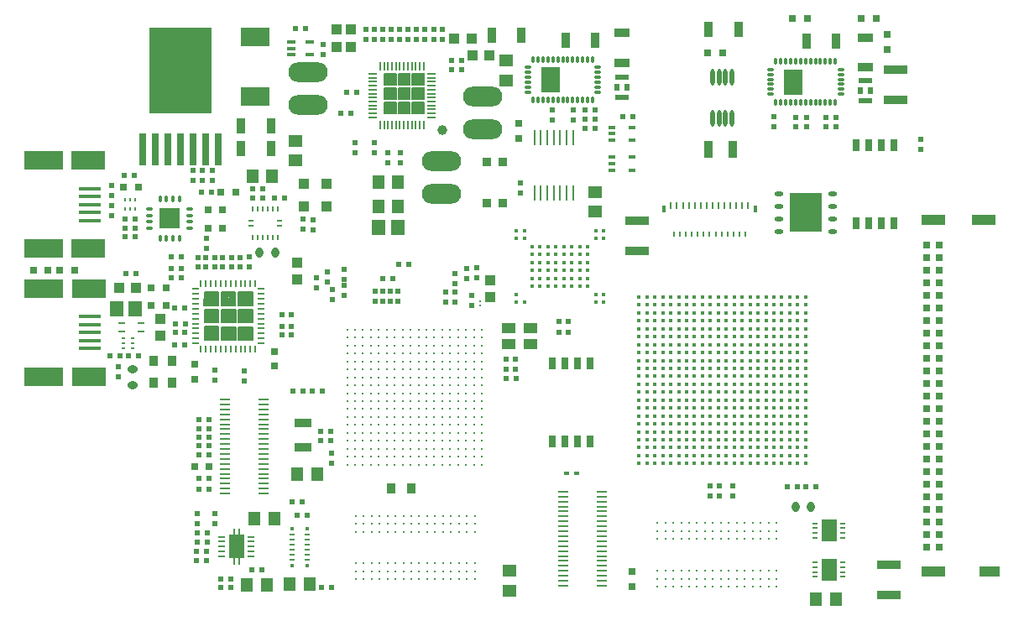
<source format=gtp>
G04 Layer_Color=8421504*
%FSLAX43Y43*%
%MOMM*%
G71*
G01*
G75*
%ADD55R,0.550X0.250*%
%ADD56R,0.250X0.550*%
%ADD85C,0.152*%
%ADD198C,0.025*%
%ADD202R,1.900X1.900*%
%ADD203R,0.640X0.340*%
%ADD204C,0.615*%
%ADD205R,0.740X0.740*%
%ADD206R,0.740X0.740*%
%ADD207R,1.337X1.489*%
%ADD208O,3.980X1.980*%
%ADD209R,0.956X0.346*%
%ADD210C,0.996*%
%ADD211R,1.032X1.083*%
%ADD212R,1.134X1.090*%
%ADD213R,2.440X0.940*%
%ADD214O,1.080X0.780*%
%ADD215R,0.940X1.540*%
%ADD216O,0.780X1.080*%
%ADD217R,1.032X0.981*%
%ADD218R,0.981X1.032*%
%ADD219R,1.286X1.464*%
%ADD220R,1.464X1.286*%
%ADD221C,0.330*%
%ADD222R,1.540X0.940*%
%ADD223R,1.740X0.940*%
%ADD224R,1.440X0.540*%
%ADD225R,0.540X0.740*%
%ADD226O,0.680X0.330*%
%ADD227O,0.330X0.680*%
%ADD228R,1.940X2.540*%
%ADD229R,0.700X1.190*%
%ADD230R,0.615X0.190*%
%ADD231R,1.590X2.320*%
%ADD232R,1.240X1.440*%
%ADD233R,1.040X0.240*%
%ADD234R,0.575X0.448*%
%ADD235R,3.440X1.940*%
%ADD236R,2.240X0.440*%
%ADD237R,3.940X1.940*%
%ADD238R,0.690X0.290*%
%ADD239C,0.430*%
%ADD240C,0.336*%
%ADD241R,2.940X1.940*%
%ADD242R,2.440X1.140*%
%ADD243R,2.099X1.140*%
%ADD244R,0.340X0.790*%
%ADD245R,0.240X0.590*%
%ADD246R,0.250X0.780*%
%ADD247R,0.250X0.170*%
%ADD248O,0.430X1.680*%
%ADD249R,0.940X1.140*%
%ADD250R,3.340X3.990*%
%ADD251O,0.930X0.480*%
%ADD252O,0.280X0.730*%
%ADD253O,0.730X0.280*%
%ADD254R,2.040X2.040*%
%ADD255O,0.230X0.680*%
%ADD256O,0.680X0.230*%
%ADD257R,0.240X1.590*%
%ADD258R,0.488X0.234*%
%ADD259R,0.448X0.346*%
%ADD260R,1.083X1.032*%
%ADD261R,0.940X1.140*%
%ADD262O,0.830X0.210*%
%ADD263O,0.210X0.830*%
%ADD264R,1.590X2.340*%
%ADD265R,0.956X0.829*%
%ADD266R,6.340X8.740*%
%ADD267R,0.740X3.190*%
%ADD268R,0.830X0.180*%
%ADD269R,0.180X0.830*%
%ADD270R,0.245X0.448*%
%ADD271R,0.448X0.245*%
%ADD272R,0.390X0.240*%
%ADD273C,0.380*%
%ADD274R,0.940X1.740*%
%ADD275R,1.337X1.083*%
D55*
X123454Y140885D02*
D03*
Y141385D02*
D03*
X126354D02*
D03*
Y140885D02*
D03*
D56*
X123655Y142585D02*
D03*
X124155D02*
D03*
X124655D02*
D03*
X125155D02*
D03*
X125655D02*
D03*
X126155D02*
D03*
Y139685D02*
D03*
X125655D02*
D03*
X125155D02*
D03*
X124655D02*
D03*
X124155D02*
D03*
X123655D02*
D03*
D85*
X137381Y153314D02*
X138113Y152582D01*
X137169Y153314D02*
X138113Y152370D01*
X138000Y152210D02*
X138113Y152323D01*
X137787Y152210D02*
X138113Y152536D01*
X138017Y153314D02*
X138113Y153218D01*
X137805Y153314D02*
X138113Y153006D01*
X137593Y153314D02*
X138113Y152794D01*
Y152210D02*
Y153314D01*
X137151Y152210D02*
X138113Y153172D01*
X136958Y152210D02*
X138113D01*
X137575D02*
X138113Y152748D01*
X137363Y152210D02*
X138113Y152960D01*
X136958Y152677D02*
X137425Y152210D01*
X136958Y152228D02*
X138044Y153314D01*
X136958Y152440D02*
X137832Y153314D01*
X136958D02*
X138113D01*
X136958Y152228D02*
X138044Y153314D01*
X136958Y152865D02*
X137407Y153314D01*
X136958Y153077D02*
X137195Y153314D01*
X136958Y152653D02*
X137620Y153314D01*
X136958Y153313D02*
X138062Y152210D01*
X136958Y153313D02*
X138062Y152210D01*
X136958Y153101D02*
X137850Y152210D01*
X136958Y152889D02*
X137637Y152210D01*
X136958D02*
Y153314D01*
Y152465D02*
X137213Y152210D01*
X138779Y153322D02*
X139511Y152590D01*
X138566Y153322D02*
X139511Y152378D01*
X139397Y152217D02*
X139511Y152331D01*
X139185Y152217D02*
X139511Y152543D01*
X139415Y153322D02*
X139511Y153226D01*
X139203Y153322D02*
X139511Y153014D01*
X138991Y153322D02*
X139511Y152802D01*
Y152217D02*
Y153322D01*
X138549Y152217D02*
X139511Y153180D01*
X138355Y152217D02*
X139511D01*
X138973D02*
X139511Y152756D01*
X138761Y152217D02*
X139511Y152968D01*
X138355Y152685D02*
X138823Y152217D01*
X138355Y152236D02*
X139441Y153322D01*
X138355Y152448D02*
X139229Y153322D01*
X138355D02*
X139511D01*
X138355Y152236D02*
X139441Y153322D01*
X138355Y152873D02*
X138805Y153322D01*
X138355Y153085D02*
X138593Y153322D01*
X138355Y152661D02*
X139017Y153322D01*
X138355Y153321D02*
X139459Y152217D01*
X138355Y153321D02*
X139459Y152217D01*
X138355Y153109D02*
X139247Y152217D01*
X138355Y152897D02*
X139035Y152217D01*
X138355D02*
Y153322D01*
Y152473D02*
X138611Y152217D01*
X140169Y153314D02*
X140902Y152582D01*
X139957Y153314D02*
X140902Y152370D01*
X140788Y152210D02*
X140902Y152323D01*
X140576Y152210D02*
X140902Y152536D01*
X140806Y153314D02*
X140902Y153218D01*
X140594Y153314D02*
X140902Y153006D01*
X140382Y153314D02*
X140902Y152794D01*
Y152210D02*
Y153314D01*
X139939Y152210D02*
X140902Y153172D01*
X139746Y152210D02*
X140902D01*
X140364D02*
X140902Y152748D01*
X140151Y152210D02*
X140902Y152960D01*
X139746Y152677D02*
X140214Y152210D01*
X139746Y152228D02*
X140832Y153314D01*
X139746Y152440D02*
X140620Y153314D01*
X139746D02*
X140902D01*
X139746Y152228D02*
X140832Y153314D01*
X139746Y152865D02*
X140196Y153314D01*
X139746Y153077D02*
X139984Y153314D01*
X139746Y152653D02*
X140408Y153314D01*
X139746Y153313D02*
X140850Y152210D01*
X139746Y153313D02*
X140850Y152210D01*
X139746Y153101D02*
X140638Y152210D01*
X139746Y152889D02*
X140426Y152210D01*
X139746D02*
Y153314D01*
Y152465D02*
X140001Y152210D01*
X137381Y154775D02*
X138113Y154043D01*
X137169Y154775D02*
X138113Y153830D01*
X138000Y153670D02*
X138113Y153784D01*
X137787Y153670D02*
X138113Y153996D01*
X138017Y154775D02*
X138113Y154679D01*
X137805Y154775D02*
X138113Y154467D01*
X137593Y154775D02*
X138113Y154255D01*
Y153670D02*
Y154775D01*
X137151Y153670D02*
X138113Y154632D01*
X136958Y153670D02*
X138113D01*
X137575D02*
X138113Y154208D01*
X137363Y153670D02*
X138113Y154420D01*
X136958Y154138D02*
X137425Y153670D01*
X136958Y153689D02*
X138044Y154775D01*
X136958Y153901D02*
X137832Y154775D01*
X136958D02*
X138113D01*
X136958Y153689D02*
X138044Y154775D01*
X136958Y154325D02*
X137407Y154775D01*
X136958Y154537D02*
X137195Y154775D01*
X136958Y154113D02*
X137620Y154775D01*
X136958Y154774D02*
X138062Y153670D01*
X136958Y154774D02*
X138062Y153670D01*
X136958Y154562D02*
X137850Y153670D01*
X136958Y154350D02*
X137637Y153670D01*
X136958D02*
Y154775D01*
Y153925D02*
X137213Y153670D01*
X138779Y154783D02*
X139511Y154051D01*
X138566Y154783D02*
X139511Y153838D01*
X139397Y153678D02*
X139511Y153792D01*
X139185Y153678D02*
X139511Y154004D01*
X139415Y154783D02*
X139511Y154687D01*
X139203Y154783D02*
X139511Y154475D01*
X138991Y154783D02*
X139511Y154263D01*
Y153678D02*
Y154783D01*
X138549Y153678D02*
X139511Y154640D01*
X138355Y153678D02*
X139511D01*
X138973D02*
X139511Y154216D01*
X138761Y153678D02*
X139511Y154428D01*
X138355Y154146D02*
X138823Y153678D01*
X138355Y153697D02*
X139441Y154783D01*
X138355Y153909D02*
X139229Y154783D01*
X138355D02*
X139511D01*
X138355Y153697D02*
X139441Y154783D01*
X138355Y154333D02*
X138805Y154783D01*
X138355Y154545D02*
X138593Y154783D01*
X138355Y154121D02*
X139017Y154783D01*
X138355Y154782D02*
X139459Y153678D01*
X138355Y154782D02*
X139459Y153678D01*
X138355Y154570D02*
X139247Y153678D01*
X138355Y154358D02*
X139035Y153678D01*
X138355D02*
Y154783D01*
Y153933D02*
X138611Y153678D01*
X140169Y154775D02*
X140902Y154043D01*
X139957Y154775D02*
X140902Y153830D01*
X140788Y153670D02*
X140902Y153784D01*
X140576Y153670D02*
X140902Y153996D01*
X140806Y154775D02*
X140902Y154679D01*
X140594Y154775D02*
X140902Y154467D01*
X140382Y154775D02*
X140902Y154255D01*
Y153670D02*
Y154775D01*
X139939Y153670D02*
X140902Y154632D01*
X139746Y153670D02*
X140902D01*
X140364D02*
X140902Y154208D01*
X140151Y153670D02*
X140902Y154420D01*
X139746Y154138D02*
X140214Y153670D01*
X139746Y153689D02*
X140832Y154775D01*
X139746Y153901D02*
X140620Y154775D01*
X139746D02*
X140902D01*
X139746Y153689D02*
X140832Y154775D01*
X139746Y154325D02*
X140196Y154775D01*
X139746Y154537D02*
X139984Y154775D01*
X139746Y154113D02*
X140408Y154775D01*
X139746Y154774D02*
X140850Y153670D01*
X139746Y154774D02*
X140850Y153670D01*
X139746Y154562D02*
X140638Y153670D01*
X139746Y154350D02*
X140426Y153670D01*
X139746D02*
Y154775D01*
Y153925D02*
X140001Y153670D01*
X140169Y156223D02*
X140902Y155490D01*
X139957Y156223D02*
X140902Y155278D01*
X140788Y155118D02*
X140902Y155232D01*
X140576Y155118D02*
X140902Y155444D01*
X140806Y156223D02*
X140902Y156127D01*
X140594Y156223D02*
X140902Y155915D01*
X140382Y156223D02*
X140902Y155702D01*
Y155118D02*
Y156223D01*
X139939Y155118D02*
X140902Y156080D01*
X139746Y155118D02*
X140902D01*
X140364D02*
X140902Y155656D01*
X140151Y155118D02*
X140902Y155868D01*
X139746Y155585D02*
X140214Y155118D01*
X139746Y155137D02*
X140832Y156223D01*
X139746Y155349D02*
X140620Y156223D01*
X139746D02*
X140902D01*
X139746Y155137D02*
X140832Y156223D01*
X139746Y155773D02*
X140196Y156223D01*
X139746Y155985D02*
X139984Y156223D01*
X139746Y155561D02*
X140408Y156223D01*
X139746Y156222D02*
X140850Y155118D01*
X139746Y156222D02*
X140850Y155118D01*
X139746Y156010D02*
X140638Y155118D01*
X139746Y155798D02*
X140426Y155118D01*
X139746D02*
Y156223D01*
Y155373D02*
X140001Y155118D01*
X138779Y156231D02*
X139511Y155498D01*
X138566Y156231D02*
X139511Y155286D01*
X139397Y155126D02*
X139511Y155240D01*
X139185Y155126D02*
X139511Y155452D01*
X139415Y156231D02*
X139511Y156135D01*
X139203Y156231D02*
X139511Y155923D01*
X138991Y156231D02*
X139511Y155710D01*
Y155126D02*
Y156231D01*
X138549Y155126D02*
X139511Y156088D01*
X138355Y155126D02*
X139511D01*
X138973D02*
X139511Y155664D01*
X138761Y155126D02*
X139511Y155876D01*
X138355Y155593D02*
X138823Y155126D01*
X138355Y155145D02*
X139441Y156231D01*
X138355Y155357D02*
X139229Y156231D01*
X138355D02*
X139511D01*
X138355Y155145D02*
X139441Y156231D01*
X138355Y155781D02*
X138805Y156231D01*
X138355Y155993D02*
X138593Y156231D01*
X138355Y155569D02*
X139017Y156231D01*
X138355Y156230D02*
X139459Y155126D01*
X138355Y156230D02*
X139459Y155126D01*
X138355Y156018D02*
X139247Y155126D01*
X138355Y155805D02*
X139035Y155126D01*
X138355D02*
Y156231D01*
Y155381D02*
X138611Y155126D01*
X138017Y156223D02*
X138113Y156127D01*
X137381Y156223D02*
X138113Y155490D01*
X137805Y156223D02*
X138113Y155915D01*
X137593Y156223D02*
X138113Y155702D01*
X137169Y156223D02*
X138113Y155278D01*
X136958Y155349D02*
X137832Y156223D01*
X138113Y155118D02*
Y156223D01*
X137787Y155118D02*
X138113Y155444D01*
X137151Y155118D02*
X138113Y156080D01*
X138000Y155118D02*
X138113Y155232D01*
X137363Y155118D02*
X138113Y155868D01*
X136958Y156222D02*
X138062Y155118D01*
X137575D02*
X138113Y155656D01*
X136958Y155137D02*
X138044Y156223D01*
X136958Y155561D02*
X137620Y156223D01*
X136958D02*
X138113D01*
X136958Y155137D02*
X138044Y156223D01*
X136958Y155985D02*
X137195Y156223D01*
X136958Y155773D02*
X137407Y156223D01*
X136958Y155373D02*
X137213Y155118D01*
X136958Y156010D02*
X137850Y155118D01*
X136958Y156222D02*
X138062Y155118D01*
X136958D02*
X138113D01*
X136958Y155798D02*
X137637Y155118D01*
X136958D02*
Y156223D01*
Y155585D02*
X137425Y155118D01*
X122555Y130658D02*
X123626Y129587D01*
X122343Y130658D02*
X123626Y129375D01*
Y129353D02*
Y130658D01*
X122343D02*
X123626Y129375D01*
X123404Y130658D02*
X123626Y130436D01*
X123192Y130658D02*
X123626Y130224D01*
X122979Y130658D02*
X123626Y130011D01*
X122767Y130658D02*
X123626Y129799D01*
X123351Y129353D02*
X123626Y129628D01*
X123139Y129353D02*
X123626Y129840D01*
X123564Y129353D02*
X123626Y129415D01*
X122250Y129353D02*
X123626D01*
X122503D02*
X123626Y130476D01*
X122291Y129353D02*
X123595Y130658D01*
X122927Y129353D02*
X123626Y130052D01*
X122715Y129353D02*
X123626Y130264D01*
X122219Y129706D02*
X123171Y130658D01*
X122217Y129492D02*
X123383Y130658D01*
X122229D02*
X123626D01*
X122217Y129492D02*
X123383Y130658D01*
X122228Y130563D02*
X122322Y130658D01*
X122226Y130349D02*
X122534Y130658D01*
X122224Y130135D02*
X122746Y130658D01*
X122221Y129921D02*
X122959Y130658D01*
X122228Y130561D02*
X123435Y129353D01*
X122226Y130351D02*
X123223Y129353D01*
X122224Y130141D02*
X123011Y129353D01*
X122222Y129931D02*
X122799Y129353D01*
X122220Y129720D02*
X122587Y129353D01*
X122216Y129350D02*
X122229Y130658D01*
X122218Y129510D02*
X122375Y129353D01*
X120888Y130658D02*
X121958Y129587D01*
X120676Y130658D02*
X121958Y129375D01*
Y129353D02*
Y130658D01*
X120675D02*
X121958Y129375D01*
X121736Y130658D02*
X121958Y130436D01*
X121524Y130658D02*
X121958Y130224D01*
X121312Y130658D02*
X121958Y130011D01*
X121100Y130658D02*
X121958Y129799D01*
X121684Y129353D02*
X121958Y129628D01*
X121472Y129353D02*
X121958Y129840D01*
X121896Y129353D02*
X121958Y129415D01*
X120583Y129353D02*
X121958D01*
X120835D02*
X121958Y130476D01*
X120623Y129353D02*
X121927Y130658D01*
X121260Y129353D02*
X121958Y130052D01*
X121047Y129353D02*
X121958Y130264D01*
X120552Y129706D02*
X121503Y130658D01*
X120550Y129492D02*
X121715Y130658D01*
X120561D02*
X121958D01*
X120550Y129492D02*
X121715Y130658D01*
X120560Y130563D02*
X120655Y130658D01*
X120558Y130349D02*
X120867Y130658D01*
X120556Y130135D02*
X121079Y130658D01*
X120554Y129921D02*
X121291Y130658D01*
X120560Y130561D02*
X121768Y129353D01*
X120558Y130351D02*
X121555Y129353D01*
X120556Y130141D02*
X121343Y129353D01*
X120554Y129931D02*
X121131Y129353D01*
X120552Y129720D02*
X120919Y129353D01*
X120548Y129350D02*
X120561Y130658D01*
X120550Y129510D02*
X120707Y129353D01*
X122564Y132423D02*
X123634Y131352D01*
X122352Y132423D02*
X123634Y131140D01*
Y131119D02*
Y132423D01*
X122352D02*
X123634Y131140D01*
X123413Y132423D02*
X123634Y132201D01*
X123200Y132423D02*
X123634Y131989D01*
X122988Y132423D02*
X123634Y131777D01*
X122776Y132423D02*
X123634Y131565D01*
X123360Y131119D02*
X123634Y131393D01*
X123148Y131119D02*
X123634Y131605D01*
X123572Y131119D02*
X123634Y131181D01*
X122259Y131119D02*
X123634D01*
X122512D02*
X123634Y132241D01*
X122300Y131119D02*
X123604Y132423D01*
X122936Y131119D02*
X123634Y131817D01*
X122724Y131119D02*
X123634Y132029D01*
X122228Y131472D02*
X123180Y132423D01*
X122226Y131257D02*
X123392Y132423D01*
X122238D02*
X123634D01*
X122226Y131257D02*
X123392Y132423D01*
X122237Y132328D02*
X122331Y132423D01*
X122234Y132114D02*
X122543Y132423D01*
X122232Y131900D02*
X122755Y132423D01*
X122230Y131686D02*
X122967Y132423D01*
X122237Y132326D02*
X123444Y131119D01*
X122235Y132116D02*
X123232Y131119D01*
X122232Y131906D02*
X123020Y131119D01*
X122230Y131696D02*
X122808Y131119D01*
X122228Y131486D02*
X122595Y131119D01*
X122225Y131115D02*
X122238Y132423D01*
X122226Y131276D02*
X122383Y131119D01*
X120856Y132423D02*
X121927Y131352D01*
X120644Y132423D02*
X121927Y131140D01*
Y131119D02*
Y132423D01*
X120644D02*
X121927Y131140D01*
X121705Y132423D02*
X121927Y132201D01*
X121493Y132423D02*
X121927Y131989D01*
X121280Y132423D02*
X121927Y131777D01*
X121068Y132423D02*
X121927Y131565D01*
X121652Y131119D02*
X121927Y131393D01*
X121440Y131119D02*
X121927Y131605D01*
X121865Y131119D02*
X121927Y131181D01*
X120551Y131119D02*
X121927D01*
X120804D02*
X121927Y132241D01*
X120592Y131119D02*
X121896Y132423D01*
X121228Y131119D02*
X121927Y131817D01*
X121016Y131119D02*
X121927Y132029D01*
X120520Y131472D02*
X121472Y132423D01*
X120518Y131257D02*
X121684Y132423D01*
X120530D02*
X121927D01*
X120518Y131257D02*
X121684Y132423D01*
X120529Y132328D02*
X120623Y132423D01*
X120527Y132114D02*
X120835Y132423D01*
X120525Y131900D02*
X121047Y132423D01*
X120523Y131686D02*
X121260Y132423D01*
X120529Y132326D02*
X121736Y131119D01*
X120527Y132116D02*
X121524Y131119D01*
X120525Y131906D02*
X121312Y131119D01*
X120523Y131696D02*
X121100Y131119D01*
X120521Y131486D02*
X120888Y131119D01*
X120517Y131115D02*
X120530Y132423D01*
X120519Y131276D02*
X120676Y131119D01*
X122553Y134146D02*
X123623Y133076D01*
X122341Y134146D02*
X123623Y132864D01*
Y132842D02*
Y134146D01*
X122341D02*
X123623Y132864D01*
X123401Y134146D02*
X123623Y133924D01*
X123189Y134146D02*
X123623Y133712D01*
X122977Y134146D02*
X123623Y133500D01*
X122765Y134146D02*
X123623Y133288D01*
X123349Y132842D02*
X123623Y133116D01*
X123137Y132842D02*
X123623Y133328D01*
X123561Y132842D02*
X123623Y132904D01*
X122248Y132842D02*
X123623D01*
X122500D02*
X123623Y133965D01*
X122288Y132842D02*
X123592Y134146D01*
X122925Y132842D02*
X123623Y133541D01*
X122713Y132842D02*
X123623Y133753D01*
X122217Y133195D02*
X123168Y134146D01*
X122215Y132981D02*
X123380Y134146D01*
X122226D02*
X123623D01*
X122215Y132981D02*
X123380Y134146D01*
X122225Y134052D02*
X122320Y134146D01*
X122223Y133838D02*
X122532Y134146D01*
X122221Y133623D02*
X122744Y134146D01*
X122219Y133409D02*
X122956Y134146D01*
X122225Y134049D02*
X123433Y132842D01*
X122223Y133839D02*
X123221Y132842D01*
X122221Y133629D02*
X123008Y132842D01*
X122219Y133419D02*
X122796Y132842D01*
X122217Y133209D02*
X122584Y132842D01*
X122213Y132838D02*
X122226Y134146D01*
X122215Y132999D02*
X122372Y132842D01*
X120834Y134149D02*
X121904Y133078D01*
X120621Y134149D02*
X121904Y132866D01*
Y132844D02*
Y134149D01*
X120621D02*
X121904Y132866D01*
X121682Y134149D02*
X121904Y133927D01*
X121470Y134149D02*
X121904Y133715D01*
X121258Y134149D02*
X121904Y133502D01*
X121046Y134149D02*
X121904Y133290D01*
X121630Y132844D02*
X121904Y133119D01*
X121418Y132844D02*
X121904Y133331D01*
X121842Y132844D02*
X121904Y132906D01*
X120529Y132844D02*
X121904D01*
X120781D02*
X121904Y133967D01*
X120569Y132844D02*
X121873Y134149D01*
X121206Y132844D02*
X121904Y133543D01*
X120993Y132844D02*
X121904Y133755D01*
X120498Y133197D02*
X121449Y134149D01*
X120496Y132983D02*
X121661Y134149D01*
X120507D02*
X121904D01*
X120496Y132983D02*
X121661Y134149D01*
X120506Y134054D02*
X120601Y134149D01*
X120504Y133840D02*
X120813Y134149D01*
X120502Y133626D02*
X121025Y134149D01*
X120500Y133412D02*
X121237Y134149D01*
X120506Y134052D02*
X121714Y132844D01*
X120504Y133842D02*
X121501Y132844D01*
X120502Y133632D02*
X121289Y132844D01*
X120500Y133422D02*
X121077Y132844D01*
X120498Y133211D02*
X120865Y132844D01*
X120494Y132840D02*
X120507Y134149D01*
X120496Y133001D02*
X120653Y132844D01*
X119148Y130683D02*
X120218Y129613D01*
X118936Y130683D02*
X120218Y129400D01*
Y129379D02*
Y130683D01*
X118936D02*
X120218Y129400D01*
X119996Y130683D02*
X120218Y130461D01*
X119784Y130683D02*
X120218Y130249D01*
X119572Y130683D02*
X120218Y130037D01*
X119360Y130683D02*
X120218Y129825D01*
X119944Y129379D02*
X120218Y129653D01*
X119732Y129379D02*
X120218Y129865D01*
X120156Y129379D02*
X120218Y129441D01*
X118843Y129379D02*
X120218D01*
X119095D02*
X120218Y130502D01*
X118883Y129379D02*
X120188Y130683D01*
X119520Y129379D02*
X120218Y130077D01*
X119308Y129379D02*
X120218Y130289D01*
X118812Y129732D02*
X119763Y130683D01*
X118810Y129518D02*
X119975Y130683D01*
X118821D02*
X120218D01*
X118810Y129518D02*
X119975Y130683D01*
X118820Y130589D02*
X118915Y130683D01*
X118818Y130374D02*
X119127Y130683D01*
X118816Y130160D02*
X119339Y130683D01*
X118814Y129946D02*
X119551Y130683D01*
X118820Y130586D02*
X120028Y129379D01*
X118818Y130376D02*
X119816Y129379D01*
X118816Y130166D02*
X119603Y129379D01*
X118814Y129956D02*
X119391Y129379D01*
X118812Y129746D02*
X119179Y129379D01*
X118809Y129375D02*
X118821Y130683D01*
X118810Y129536D02*
X118967Y129379D01*
X119135Y132436D02*
X120205Y131365D01*
X118923Y132436D02*
X120205Y131153D01*
Y131131D02*
Y132436D01*
X118923D02*
X120205Y131153D01*
X119984Y132436D02*
X120205Y132214D01*
X119771Y132436D02*
X120205Y132002D01*
X119559Y132436D02*
X120205Y131789D01*
X119347Y132436D02*
X120205Y131577D01*
X119931Y131131D02*
X120205Y131406D01*
X119719Y131131D02*
X120205Y131618D01*
X120143Y131131D02*
X120205Y131193D01*
X118830Y131131D02*
X120205D01*
X119083D02*
X120205Y132254D01*
X118871Y131131D02*
X120175Y132436D01*
X119507Y131131D02*
X120205Y131830D01*
X119295Y131131D02*
X120205Y132042D01*
X118799Y131484D02*
X119751Y132436D01*
X118797Y131270D02*
X119963Y132436D01*
X118809D02*
X120205D01*
X118797Y131270D02*
X119963Y132436D01*
X118808Y132341D02*
X118902Y132436D01*
X118805Y132127D02*
X119114Y132436D01*
X118803Y131913D02*
X119326Y132436D01*
X118801Y131699D02*
X119538Y132436D01*
X118808Y132339D02*
X120015Y131131D01*
X118806Y132129D02*
X119803Y131131D01*
X118803Y131919D02*
X119591Y131131D01*
X118801Y131709D02*
X119379Y131131D01*
X118799Y131498D02*
X119166Y131131D01*
X118796Y131128D02*
X118809Y132436D01*
X118797Y131288D02*
X118954Y131131D01*
X119122Y134163D02*
X120193Y133092D01*
X118910Y134163D02*
X120193Y132880D01*
Y132859D02*
Y134163D01*
X118910D02*
X120193Y132880D01*
X119971Y134163D02*
X120193Y133941D01*
X119759Y134163D02*
X120193Y133729D01*
X119547Y134163D02*
X120193Y133517D01*
X119334Y134163D02*
X120193Y133304D01*
X119919Y132859D02*
X120193Y133133D01*
X119706Y132859D02*
X120193Y133345D01*
X120131Y132859D02*
X120193Y132921D01*
X118818Y132859D02*
X120193D01*
X119070D02*
X120193Y133981D01*
X118858Y132859D02*
X120162Y134163D01*
X119494Y132859D02*
X120193Y133557D01*
X119282Y132859D02*
X120193Y133769D01*
X118787Y133212D02*
X119738Y134163D01*
X118784Y132997D02*
X119950Y134163D01*
X118796D02*
X120193D01*
X118784Y132997D02*
X119950Y134163D01*
X118795Y134068D02*
X118889Y134163D01*
X118793Y133854D02*
X119101Y134163D01*
X118791Y133640D02*
X119314Y134163D01*
X118789Y133426D02*
X119526Y134163D01*
X118795Y134066D02*
X120002Y132859D01*
X118793Y133856D02*
X119790Y132859D01*
X118791Y133646D02*
X119578Y132859D01*
X118789Y133436D02*
X119366Y132859D01*
X118787Y133226D02*
X119154Y132859D01*
X118783Y132855D02*
X118796Y134163D01*
X118785Y133016D02*
X118942Y132859D01*
D198*
X140961Y152200D02*
Y153350D01*
X139811D02*
X140961D01*
X139811Y152200D02*
Y153350D01*
Y152200D02*
X140961D01*
Y153650D02*
Y154800D01*
X139811D02*
X140961D01*
X139811Y153650D02*
Y154800D01*
Y153650D02*
X140961D01*
Y155100D02*
Y156250D01*
X139811D02*
X140961D01*
X139811Y155100D02*
Y156250D01*
Y155100D02*
X140961D01*
X139511Y152200D02*
Y153350D01*
X138361D02*
X139511D01*
X138361Y152200D02*
Y153350D01*
Y152200D02*
X139511D01*
Y153650D02*
Y154800D01*
X138361D02*
X139511D01*
X138361Y153650D02*
Y154800D01*
Y153650D02*
X139511D01*
Y155100D02*
Y156250D01*
X138361D02*
X139511D01*
X138361Y155100D02*
Y156250D01*
Y155100D02*
X139511D01*
X138061D02*
Y156250D01*
X136911D02*
X138061D01*
X136911Y155100D02*
Y156250D01*
Y155100D02*
X138061D01*
Y152200D02*
Y153350D01*
X136911D02*
X138061D01*
X136911Y152200D02*
Y153350D01*
Y152200D02*
X138061D01*
Y153650D02*
Y154800D01*
X136911D02*
X138061D01*
X136911Y153650D02*
Y154800D01*
Y153650D02*
X138061D01*
D202*
X115278Y141592D02*
D03*
D203*
X159884Y147792D02*
D03*
Y147142D02*
D03*
Y146492D02*
D03*
X161934Y146492D02*
D03*
Y147792D02*
D03*
X159884Y150789D02*
D03*
Y150139D02*
D03*
Y149489D02*
D03*
X161934Y149489D02*
D03*
Y150789D02*
D03*
D204*
X128753Y140500D02*
D03*
Y141516D02*
D03*
X110757Y141503D02*
D03*
X111773D02*
D03*
X110757Y140627D02*
D03*
X111773D02*
D03*
X116421Y137770D02*
D03*
X115405D02*
D03*
X109436Y144920D02*
D03*
Y143904D02*
D03*
Y141910D02*
D03*
Y142926D02*
D03*
X110757Y139725D02*
D03*
X111773D02*
D03*
X111722Y145986D02*
D03*
X110706D02*
D03*
X126589Y131864D02*
D03*
X127589D02*
D03*
X115837Y130962D02*
D03*
X116853D02*
D03*
X122784Y125222D02*
D03*
Y126238D02*
D03*
X119850Y125273D02*
D03*
Y126289D02*
D03*
X118047Y110790D02*
D03*
Y111790D02*
D03*
X116819Y132575D02*
D03*
X115819D02*
D03*
X118948Y136685D02*
D03*
Y137685D02*
D03*
X119812Y136687D02*
D03*
Y137687D02*
D03*
X120625Y137685D02*
D03*
Y136685D02*
D03*
X121539Y137685D02*
D03*
Y136685D02*
D03*
X122403Y137685D02*
D03*
Y136685D02*
D03*
X123317Y137698D02*
D03*
Y136698D02*
D03*
X126576Y129870D02*
D03*
X127576D02*
D03*
X126576Y130747D02*
D03*
X127576D02*
D03*
X118148Y137685D02*
D03*
Y136685D02*
D03*
X115832Y130111D02*
D03*
X116832D02*
D03*
X115807Y128829D02*
D03*
X116807D02*
D03*
X115438Y135649D02*
D03*
X116438D02*
D03*
X115438Y136550D02*
D03*
X116438D02*
D03*
X176252Y151899D02*
D03*
Y150899D02*
D03*
X130660Y124158D02*
D03*
X129644D02*
D03*
X150193Y126418D02*
D03*
Y127434D02*
D03*
X138331Y133276D02*
D03*
Y134292D02*
D03*
X130061Y134633D02*
D03*
Y135649D02*
D03*
X143154Y134176D02*
D03*
Y133160D02*
D03*
X146228Y136639D02*
D03*
Y135623D02*
D03*
X140195Y160719D02*
D03*
Y159702D02*
D03*
X145732Y133845D02*
D03*
Y132829D02*
D03*
X157185Y150713D02*
D03*
X158185D02*
D03*
X156034Y151509D02*
D03*
Y152509D02*
D03*
X158210Y151602D02*
D03*
X157210D02*
D03*
X117654Y145438D02*
D03*
Y146438D02*
D03*
X118594Y146439D02*
D03*
Y145439D02*
D03*
X128740Y124155D02*
D03*
X127724D02*
D03*
X118224Y120371D02*
D03*
X119240D02*
D03*
Y119558D02*
D03*
X118224D02*
D03*
Y118720D02*
D03*
X119240D02*
D03*
X118224Y117793D02*
D03*
X119240D02*
D03*
X118224Y114313D02*
D03*
X119240D02*
D03*
Y115341D02*
D03*
X118224D02*
D03*
X110237Y127752D02*
D03*
X109221D02*
D03*
X111101D02*
D03*
X112117D02*
D03*
X137569Y134292D02*
D03*
Y133276D02*
D03*
X136807Y134292D02*
D03*
Y133276D02*
D03*
X136020Y134267D02*
D03*
Y133251D02*
D03*
X118047Y109855D02*
D03*
X119062D02*
D03*
X120421Y104407D02*
D03*
X121437D02*
D03*
X124549Y106185D02*
D03*
X123533D02*
D03*
X119024Y107988D02*
D03*
X118008D02*
D03*
X128171Y111661D02*
D03*
X129187D02*
D03*
X131600Y104396D02*
D03*
X130584D02*
D03*
X128628Y113033D02*
D03*
X127612D02*
D03*
X129781Y140449D02*
D03*
Y141465D02*
D03*
X132918Y135458D02*
D03*
Y136474D02*
D03*
X132893Y134849D02*
D03*
Y133833D02*
D03*
X142775Y160705D02*
D03*
Y159689D02*
D03*
X135934Y160705D02*
D03*
Y159689D02*
D03*
X135079Y160705D02*
D03*
Y159689D02*
D03*
X137644Y160705D02*
D03*
Y159689D02*
D03*
X136789Y160705D02*
D03*
Y159689D02*
D03*
X138533Y148209D02*
D03*
Y147193D02*
D03*
X131610Y117945D02*
D03*
Y116929D02*
D03*
X131219Y136223D02*
D03*
Y135207D02*
D03*
X144018Y133160D02*
D03*
Y134176D02*
D03*
X119075Y108915D02*
D03*
X118059D02*
D03*
X131686Y134468D02*
D03*
Y133452D02*
D03*
X119610Y145438D02*
D03*
Y146438D02*
D03*
X124638Y144564D02*
D03*
X123622D02*
D03*
X118224Y121310D02*
D03*
X119240D02*
D03*
X191046Y149606D02*
D03*
Y148590D02*
D03*
X110871Y136042D02*
D03*
X111887D02*
D03*
X118021Y107048D02*
D03*
X119037D02*
D03*
X120434Y105258D02*
D03*
X121450D02*
D03*
X128983Y160746D02*
D03*
X127967D02*
D03*
X144729Y157546D02*
D03*
X143713D02*
D03*
X144729Y156591D02*
D03*
X143713D02*
D03*
X141046Y160719D02*
D03*
Y159702D02*
D03*
X141935Y160719D02*
D03*
Y159702D02*
D03*
X138493Y160719D02*
D03*
Y159702D02*
D03*
X139306Y160719D02*
D03*
Y159702D02*
D03*
X134023Y148273D02*
D03*
Y149288D02*
D03*
X132537Y152184D02*
D03*
X133553D02*
D03*
X133109Y154368D02*
D03*
X134125D02*
D03*
X137287Y147193D02*
D03*
Y148209D02*
D03*
X110109Y125641D02*
D03*
Y126657D02*
D03*
X150698Y145148D02*
D03*
Y144132D02*
D03*
X137782Y135522D02*
D03*
X136766D02*
D03*
X144018Y135001D02*
D03*
Y136017D02*
D03*
X139395Y137008D02*
D03*
X138379D02*
D03*
X150269Y125479D02*
D03*
X149253D02*
D03*
X130531Y120129D02*
D03*
X131547D02*
D03*
X149253Y127434D02*
D03*
Y126418D02*
D03*
X131547Y119177D02*
D03*
X130531D02*
D03*
X157210Y152542D02*
D03*
X158210D02*
D03*
X153875Y152509D02*
D03*
Y151509D02*
D03*
X130761Y158181D02*
D03*
Y159197D02*
D03*
X178411Y150823D02*
D03*
Y151823D02*
D03*
X182492Y151831D02*
D03*
X181492D02*
D03*
X181467Y150891D02*
D03*
X182467D02*
D03*
X179503Y150823D02*
D03*
Y151823D02*
D03*
X145263Y135572D02*
D03*
Y136589D02*
D03*
X177617Y114516D02*
D03*
X178617D02*
D03*
X135928Y149288D02*
D03*
Y148273D02*
D03*
X155516Y131178D02*
D03*
X154516D02*
D03*
X154529Y130111D02*
D03*
X155529D02*
D03*
X124630Y143675D02*
D03*
X123630D02*
D03*
X126890Y143662D02*
D03*
X125890D02*
D03*
X119825Y110808D02*
D03*
Y111824D02*
D03*
X160968Y151879D02*
D03*
X161968D02*
D03*
X170764Y114618D02*
D03*
Y113602D02*
D03*
X179426Y114529D02*
D03*
X180442D02*
D03*
X172060Y113602D02*
D03*
Y114618D02*
D03*
X118453Y144221D02*
D03*
X119469D02*
D03*
X118974Y138608D02*
D03*
Y139624D02*
D03*
X169786Y113602D02*
D03*
Y114618D02*
D03*
D205*
X187655Y158634D02*
D03*
Y160134D02*
D03*
X125857Y126707D02*
D03*
Y128206D02*
D03*
X117805Y125411D02*
D03*
Y126911D02*
D03*
X161938Y104470D02*
D03*
Y105970D02*
D03*
X150482Y149708D02*
D03*
Y151208D02*
D03*
D206*
X112155Y144793D02*
D03*
X110655D02*
D03*
X113411Y132829D02*
D03*
X114911D02*
D03*
X169558Y158331D02*
D03*
X171058D02*
D03*
X104218Y136388D02*
D03*
X105718D02*
D03*
X103024Y136413D02*
D03*
X101524D02*
D03*
X114910Y134607D02*
D03*
X113410D02*
D03*
X121945Y144247D02*
D03*
X120445D02*
D03*
X179629Y161760D02*
D03*
X178129D02*
D03*
X185077Y161747D02*
D03*
X186577D02*
D03*
X119278Y116548D02*
D03*
X117778D02*
D03*
X120639Y140640D02*
D03*
X119139D02*
D03*
X120639Y142456D02*
D03*
X119139D02*
D03*
X192875Y124980D02*
D03*
Y138950D02*
D03*
Y137680D02*
D03*
Y136410D02*
D03*
Y135140D02*
D03*
Y133870D02*
D03*
Y132600D02*
D03*
Y131330D02*
D03*
Y130060D02*
D03*
Y128790D02*
D03*
Y127520D02*
D03*
Y126250D02*
D03*
Y123710D02*
D03*
X191605Y138950D02*
D03*
Y137680D02*
D03*
Y136410D02*
D03*
Y135140D02*
D03*
Y133870D02*
D03*
Y132600D02*
D03*
Y131330D02*
D03*
Y130060D02*
D03*
Y128790D02*
D03*
Y127520D02*
D03*
Y126250D02*
D03*
Y124980D02*
D03*
Y123710D02*
D03*
X192875Y109740D02*
D03*
Y122440D02*
D03*
Y119900D02*
D03*
Y118630D02*
D03*
Y117360D02*
D03*
Y116090D02*
D03*
Y114820D02*
D03*
Y113550D02*
D03*
Y112280D02*
D03*
Y111010D02*
D03*
Y108470D02*
D03*
X191605Y122440D02*
D03*
Y121170D02*
D03*
Y119900D02*
D03*
Y118630D02*
D03*
Y117360D02*
D03*
Y116090D02*
D03*
Y114820D02*
D03*
Y113550D02*
D03*
Y112280D02*
D03*
Y111010D02*
D03*
Y109740D02*
D03*
Y108470D02*
D03*
X192875Y121170D02*
D03*
D207*
X138262Y140703D02*
D03*
X136362D02*
D03*
X111808Y132486D02*
D03*
X109908D02*
D03*
D208*
X146812Y153886D02*
D03*
Y150584D02*
D03*
X142711Y144119D02*
D03*
Y147421D02*
D03*
X129273Y153086D02*
D03*
Y156388D02*
D03*
D209*
X129425Y158115D02*
D03*
X127525Y158765D02*
D03*
Y159415D02*
D03*
Y158115D02*
D03*
X129425Y159415D02*
D03*
D210*
X142826Y150536D02*
D03*
D211*
X132081Y158907D02*
D03*
Y160707D02*
D03*
X133529Y160716D02*
D03*
Y158916D02*
D03*
D212*
X131102Y145079D02*
D03*
Y142830D02*
D03*
X128829Y145079D02*
D03*
Y142830D02*
D03*
D213*
X187871Y106629D02*
D03*
Y103629D02*
D03*
X162446Y141364D02*
D03*
Y138364D02*
D03*
X188531Y153594D02*
D03*
Y156594D02*
D03*
D214*
X111506Y126378D02*
D03*
Y124778D02*
D03*
D215*
X150752Y160045D02*
D03*
X147752D02*
D03*
X125479Y148615D02*
D03*
X122479D02*
D03*
X125504Y150978D02*
D03*
X122504D02*
D03*
X158221Y159603D02*
D03*
X155221D02*
D03*
X169648Y160683D02*
D03*
X172648D02*
D03*
X179503Y159527D02*
D03*
X182503D02*
D03*
D216*
X179997Y112535D02*
D03*
X178397D02*
D03*
X124346Y138151D02*
D03*
X125946D02*
D03*
D217*
X110199Y134633D02*
D03*
X111899D02*
D03*
X147549Y158016D02*
D03*
X145849D02*
D03*
D218*
X147650Y135368D02*
D03*
Y133669D02*
D03*
X128168Y135421D02*
D03*
Y137121D02*
D03*
X114338Y129808D02*
D03*
Y131507D02*
D03*
D219*
X128159Y115824D02*
D03*
X130159D02*
D03*
X125854Y111315D02*
D03*
X123854D02*
D03*
X127374Y104701D02*
D03*
X129374D02*
D03*
X138338Y145288D02*
D03*
X136338D02*
D03*
Y142811D02*
D03*
X138338D02*
D03*
X125092Y104661D02*
D03*
X123092D02*
D03*
X180483Y103213D02*
D03*
X182483D02*
D03*
D220*
X149555Y106042D02*
D03*
Y104042D02*
D03*
X127940Y149438D02*
D03*
Y147438D02*
D03*
X149225Y155527D02*
D03*
Y157527D02*
D03*
X158204Y142294D02*
D03*
Y144294D02*
D03*
D221*
X176485Y105258D02*
D03*
X172485Y110058D02*
D03*
X170885Y104458D02*
D03*
Y110858D02*
D03*
X172485Y104458D02*
D03*
Y110858D02*
D03*
X173285Y109258D02*
D03*
X176485D02*
D03*
X173285Y106058D02*
D03*
Y110058D02*
D03*
X170085Y104458D02*
D03*
X171685D02*
D03*
X165285Y109258D02*
D03*
X169285Y106058D02*
D03*
X170885Y109258D02*
D03*
X172485Y105258D02*
D03*
X171685Y109258D02*
D03*
X166885Y106058D02*
D03*
X166085Y109258D02*
D03*
X168485Y106058D02*
D03*
X167685Y109258D02*
D03*
X172485Y106058D02*
D03*
X170885D02*
D03*
X171685D02*
D03*
Y110858D02*
D03*
X164485Y109258D02*
D03*
X166085Y110058D02*
D03*
X165285D02*
D03*
X166085Y105258D02*
D03*
X166885Y109258D02*
D03*
X164485Y105258D02*
D03*
Y106058D02*
D03*
X166085D02*
D03*
X169285Y104458D02*
D03*
X165285D02*
D03*
Y110858D02*
D03*
X168485D02*
D03*
X165285Y106058D02*
D03*
X167685Y105258D02*
D03*
X170885D02*
D03*
X164485Y110858D02*
D03*
X166885Y104458D02*
D03*
X174885D02*
D03*
X173285D02*
D03*
X167685D02*
D03*
X166885Y110058D02*
D03*
X169285Y110858D02*
D03*
X170885Y110058D02*
D03*
X167685D02*
D03*
X169285D02*
D03*
X174885Y110858D02*
D03*
X173285D02*
D03*
X176485D02*
D03*
Y104458D02*
D03*
X168485Y110058D02*
D03*
Y109258D02*
D03*
Y105258D02*
D03*
X169285D02*
D03*
X167685Y106058D02*
D03*
X170085D02*
D03*
Y109258D02*
D03*
Y110058D02*
D03*
X174085D02*
D03*
X173285Y105258D02*
D03*
X176485Y106058D02*
D03*
X174085Y109258D02*
D03*
X175685D02*
D03*
X172485D02*
D03*
X175685Y106058D02*
D03*
X176485Y110058D02*
D03*
X175685Y105258D02*
D03*
Y110058D02*
D03*
X174885Y105258D02*
D03*
Y110058D02*
D03*
X174085Y105258D02*
D03*
X174885Y106058D02*
D03*
Y109258D02*
D03*
X164485Y110058D02*
D03*
X166885Y110858D02*
D03*
X166085D02*
D03*
X167685D02*
D03*
X170085D02*
D03*
X171685Y110058D02*
D03*
X175685Y110858D02*
D03*
X174085D02*
D03*
X166885Y105258D02*
D03*
X164485Y104458D02*
D03*
X165285Y105258D02*
D03*
X170085D02*
D03*
X169285Y109258D02*
D03*
X171685Y105258D02*
D03*
X166085Y104458D02*
D03*
X168485D02*
D03*
X175685D02*
D03*
X174085D02*
D03*
Y106058D02*
D03*
X134056Y110795D02*
D03*
X138056Y105994D02*
D03*
X139656Y111594D02*
D03*
Y105195D02*
D03*
X138056Y111594D02*
D03*
Y105195D02*
D03*
X137255Y106795D02*
D03*
X134056D02*
D03*
X137255Y109994D02*
D03*
Y105994D02*
D03*
X140456Y111594D02*
D03*
X138856D02*
D03*
X145255Y106795D02*
D03*
X141255Y109994D02*
D03*
X139656Y106795D02*
D03*
X138056Y110795D02*
D03*
X138856Y106795D02*
D03*
X143656Y109994D02*
D03*
X144456Y106795D02*
D03*
X142056Y109994D02*
D03*
X142856Y106795D02*
D03*
X138056Y109994D02*
D03*
X139656D02*
D03*
X138856D02*
D03*
Y105195D02*
D03*
X146056Y106795D02*
D03*
X144456Y105994D02*
D03*
X145255D02*
D03*
X144456Y110795D02*
D03*
X143656Y106795D02*
D03*
X146056Y110795D02*
D03*
Y109994D02*
D03*
X144456D02*
D03*
X141255Y111594D02*
D03*
X145255D02*
D03*
Y105195D02*
D03*
X142056D02*
D03*
X145255Y109994D02*
D03*
X142856Y110795D02*
D03*
X139656D02*
D03*
X146056Y105195D02*
D03*
X143656Y111594D02*
D03*
X135656D02*
D03*
X137255D02*
D03*
X142856D02*
D03*
X143656Y105994D02*
D03*
X141255Y105195D02*
D03*
X139656Y105994D02*
D03*
X142856D02*
D03*
X141255D02*
D03*
X135656Y105195D02*
D03*
X137255D02*
D03*
X134056D02*
D03*
Y111594D02*
D03*
X142056Y105994D02*
D03*
Y106795D02*
D03*
Y110795D02*
D03*
X141255D02*
D03*
X142856Y109994D02*
D03*
X140456D02*
D03*
Y106795D02*
D03*
Y105994D02*
D03*
X136456D02*
D03*
X137255Y110795D02*
D03*
X134056Y109994D02*
D03*
X136456Y106795D02*
D03*
X134856D02*
D03*
X138056D02*
D03*
X134856Y109994D02*
D03*
X134056Y105994D02*
D03*
X134856Y110795D02*
D03*
Y105994D02*
D03*
X135656Y110795D02*
D03*
Y105994D02*
D03*
X136456Y110795D02*
D03*
X135656Y109994D02*
D03*
Y106795D02*
D03*
X146056Y105994D02*
D03*
X143656Y105195D02*
D03*
X144456D02*
D03*
X142856D02*
D03*
X140456D02*
D03*
X138856Y105994D02*
D03*
X134856Y105195D02*
D03*
X136456D02*
D03*
X143656Y110795D02*
D03*
X146056Y111594D02*
D03*
X145255Y110795D02*
D03*
X140456D02*
D03*
X141255Y106795D02*
D03*
X138856Y110795D02*
D03*
X144456Y111594D02*
D03*
X142056D02*
D03*
X134856D02*
D03*
X136456D02*
D03*
Y109994D02*
D03*
D222*
X160936Y157315D02*
D03*
Y160315D02*
D03*
X185447Y159832D02*
D03*
Y156832D02*
D03*
D223*
X128702Y118511D02*
D03*
Y121011D02*
D03*
D224*
X185472Y155523D02*
D03*
Y153523D02*
D03*
X160936Y153828D02*
D03*
Y155828D02*
D03*
D225*
X185980Y154523D02*
D03*
X184964D02*
D03*
X160428Y154828D02*
D03*
X161444D02*
D03*
D226*
X182977Y154137D02*
D03*
Y154637D02*
D03*
Y155137D02*
D03*
Y155637D02*
D03*
Y156137D02*
D03*
Y156637D02*
D03*
X175877D02*
D03*
Y156137D02*
D03*
Y155637D02*
D03*
Y155137D02*
D03*
Y154637D02*
D03*
Y154137D02*
D03*
X151391Y154340D02*
D03*
Y154840D02*
D03*
Y155340D02*
D03*
Y155840D02*
D03*
Y156340D02*
D03*
Y156840D02*
D03*
X158491D02*
D03*
Y156340D02*
D03*
Y155840D02*
D03*
Y155340D02*
D03*
Y154840D02*
D03*
Y154340D02*
D03*
D227*
X182427Y157437D02*
D03*
X181927D02*
D03*
X181427D02*
D03*
X180927D02*
D03*
X180427D02*
D03*
X179927D02*
D03*
X179427D02*
D03*
X178927D02*
D03*
X178427D02*
D03*
X177927D02*
D03*
X177427D02*
D03*
X176927D02*
D03*
X176427D02*
D03*
Y153337D02*
D03*
X176927D02*
D03*
X177427D02*
D03*
X177927D02*
D03*
X178427D02*
D03*
X178927D02*
D03*
X179427D02*
D03*
X179927D02*
D03*
X180427D02*
D03*
X180927D02*
D03*
X181427D02*
D03*
X181927D02*
D03*
X182427D02*
D03*
X157941Y153540D02*
D03*
X157441D02*
D03*
X156941D02*
D03*
X156441D02*
D03*
X155941D02*
D03*
X155441D02*
D03*
X154941D02*
D03*
X154441D02*
D03*
X153941D02*
D03*
X153441D02*
D03*
X152941D02*
D03*
X152441D02*
D03*
X151941D02*
D03*
Y157640D02*
D03*
X152441D02*
D03*
X152941D02*
D03*
X153441D02*
D03*
X153941D02*
D03*
X154441D02*
D03*
X154941D02*
D03*
X155441D02*
D03*
X155941D02*
D03*
X156441D02*
D03*
X156941D02*
D03*
X157441D02*
D03*
X157941D02*
D03*
D228*
X178172Y155387D02*
D03*
X153686Y155590D02*
D03*
D229*
X157683Y126962D02*
D03*
X156413D02*
D03*
X155143D02*
D03*
X153873D02*
D03*
X157683Y119112D02*
D03*
X156413D02*
D03*
X155143D02*
D03*
X153873D02*
D03*
X188303Y148985D02*
D03*
X187033D02*
D03*
X185763D02*
D03*
X184493D02*
D03*
X188303Y141135D02*
D03*
X187033D02*
D03*
X185763D02*
D03*
X184493D02*
D03*
D230*
X180385Y110846D02*
D03*
Y110346D02*
D03*
Y109846D02*
D03*
Y109346D02*
D03*
X183215D02*
D03*
Y109846D02*
D03*
Y110346D02*
D03*
Y110846D02*
D03*
Y106935D02*
D03*
Y106435D02*
D03*
Y105935D02*
D03*
Y105435D02*
D03*
X180385D02*
D03*
Y105935D02*
D03*
Y106435D02*
D03*
Y106935D02*
D03*
D231*
X181801Y110096D02*
D03*
Y106185D02*
D03*
D232*
X123675Y145872D02*
D03*
X125575D02*
D03*
D233*
X158859Y114046D02*
D03*
Y113546D02*
D03*
Y112546D02*
D03*
Y113046D02*
D03*
Y111046D02*
D03*
Y110546D02*
D03*
Y111546D02*
D03*
Y112046D02*
D03*
Y108046D02*
D03*
Y107546D02*
D03*
Y106546D02*
D03*
Y107046D02*
D03*
Y109046D02*
D03*
Y108546D02*
D03*
Y109546D02*
D03*
Y110046D02*
D03*
Y105046D02*
D03*
Y104546D02*
D03*
Y105546D02*
D03*
Y106046D02*
D03*
X154958D02*
D03*
Y105546D02*
D03*
Y104546D02*
D03*
Y105046D02*
D03*
Y110046D02*
D03*
Y109546D02*
D03*
Y108546D02*
D03*
Y109046D02*
D03*
Y107046D02*
D03*
Y106546D02*
D03*
Y107546D02*
D03*
Y108046D02*
D03*
Y112046D02*
D03*
Y111546D02*
D03*
Y110546D02*
D03*
Y111046D02*
D03*
Y113046D02*
D03*
Y112546D02*
D03*
Y113546D02*
D03*
Y114046D02*
D03*
X124759Y113843D02*
D03*
Y114343D02*
D03*
Y115343D02*
D03*
Y114843D02*
D03*
Y116843D02*
D03*
Y117343D02*
D03*
Y116343D02*
D03*
Y115843D02*
D03*
Y119843D02*
D03*
Y120343D02*
D03*
Y121343D02*
D03*
Y120843D02*
D03*
Y118843D02*
D03*
Y119343D02*
D03*
Y118343D02*
D03*
Y117843D02*
D03*
Y122843D02*
D03*
Y123343D02*
D03*
Y122343D02*
D03*
Y121843D02*
D03*
X120859D02*
D03*
Y122343D02*
D03*
Y123343D02*
D03*
Y122843D02*
D03*
Y117843D02*
D03*
Y118343D02*
D03*
Y119343D02*
D03*
Y118843D02*
D03*
Y120843D02*
D03*
Y121343D02*
D03*
Y120343D02*
D03*
Y119843D02*
D03*
Y115843D02*
D03*
Y116343D02*
D03*
Y117343D02*
D03*
Y116843D02*
D03*
Y114843D02*
D03*
Y115343D02*
D03*
Y114343D02*
D03*
Y113843D02*
D03*
D234*
X156324Y115926D02*
D03*
X155308D02*
D03*
D235*
X107089Y138552D02*
D03*
Y147452D02*
D03*
X107153Y125636D02*
D03*
Y134536D02*
D03*
D236*
X107189Y141402D02*
D03*
Y142202D02*
D03*
Y143002D02*
D03*
Y143802D02*
D03*
Y144602D02*
D03*
X107253Y128486D02*
D03*
Y129286D02*
D03*
Y130086D02*
D03*
Y130886D02*
D03*
Y131686D02*
D03*
D237*
X102600Y147452D02*
D03*
Y138552D02*
D03*
Y134536D02*
D03*
Y125636D02*
D03*
D238*
X110455Y131057D02*
D03*
Y130207D02*
D03*
X112405Y131057D02*
D03*
Y130207D02*
D03*
D239*
X179431Y116873D02*
D03*
X178631D02*
D03*
X177831D02*
D03*
X177031D02*
D03*
X176231D02*
D03*
X175431D02*
D03*
X174631D02*
D03*
X173831D02*
D03*
X173031D02*
D03*
X172231D02*
D03*
X171431D02*
D03*
X170631D02*
D03*
X169831D02*
D03*
X169031D02*
D03*
X168231D02*
D03*
X167431D02*
D03*
X166631D02*
D03*
X165831D02*
D03*
X165031D02*
D03*
X164231D02*
D03*
X163431D02*
D03*
X162631D02*
D03*
X179431Y117673D02*
D03*
X178631D02*
D03*
X177831D02*
D03*
X177031D02*
D03*
X176231D02*
D03*
X175431D02*
D03*
X174631D02*
D03*
X173831D02*
D03*
X173031D02*
D03*
X172231D02*
D03*
X171431D02*
D03*
X170631D02*
D03*
X169831D02*
D03*
X169031D02*
D03*
X168231D02*
D03*
X167431D02*
D03*
X166631D02*
D03*
X165831D02*
D03*
X165031D02*
D03*
X164231D02*
D03*
X163431D02*
D03*
X162631D02*
D03*
X179431Y118473D02*
D03*
X178631D02*
D03*
X177831D02*
D03*
X177031D02*
D03*
X176231D02*
D03*
X175431D02*
D03*
X174631D02*
D03*
X173831D02*
D03*
X173031D02*
D03*
X172231D02*
D03*
X171431D02*
D03*
X170631D02*
D03*
X169831D02*
D03*
X169031D02*
D03*
X168231D02*
D03*
X167431D02*
D03*
X166631D02*
D03*
X165831D02*
D03*
X165031D02*
D03*
X164231D02*
D03*
X163431D02*
D03*
X162631D02*
D03*
X179431Y119273D02*
D03*
X178631D02*
D03*
X177831D02*
D03*
X177031D02*
D03*
X176231D02*
D03*
X175431D02*
D03*
X174631D02*
D03*
X173831D02*
D03*
X173031D02*
D03*
X172231D02*
D03*
X171431D02*
D03*
X170631D02*
D03*
X169831D02*
D03*
X169031D02*
D03*
X168231D02*
D03*
X167431D02*
D03*
X166631D02*
D03*
X165831D02*
D03*
X165031D02*
D03*
X164231D02*
D03*
X163431D02*
D03*
X162631D02*
D03*
X179431Y120073D02*
D03*
X178631D02*
D03*
X177831D02*
D03*
X177031D02*
D03*
X176231D02*
D03*
X175431D02*
D03*
X174631D02*
D03*
X173831D02*
D03*
X173031D02*
D03*
X172231D02*
D03*
X171431D02*
D03*
X170631D02*
D03*
X169831D02*
D03*
X169031D02*
D03*
X168231D02*
D03*
X167431D02*
D03*
X166631D02*
D03*
X165831D02*
D03*
X165031D02*
D03*
X164231D02*
D03*
X163431D02*
D03*
X162631D02*
D03*
X179431Y120873D02*
D03*
X178631D02*
D03*
X177831D02*
D03*
X177031D02*
D03*
X176231D02*
D03*
X175431D02*
D03*
X174631D02*
D03*
X173831D02*
D03*
X173031D02*
D03*
X172231D02*
D03*
X171431D02*
D03*
X170631D02*
D03*
X169831D02*
D03*
X169031D02*
D03*
X168231D02*
D03*
X167431D02*
D03*
X166631D02*
D03*
X165831D02*
D03*
X165031D02*
D03*
X164231D02*
D03*
X163431D02*
D03*
X162631D02*
D03*
X179431Y121673D02*
D03*
X178631D02*
D03*
X177831D02*
D03*
X177031D02*
D03*
X176231D02*
D03*
X175431D02*
D03*
X174631D02*
D03*
X173831D02*
D03*
X173031D02*
D03*
X172231D02*
D03*
X171431D02*
D03*
X170631D02*
D03*
X169831D02*
D03*
X169031D02*
D03*
X168231D02*
D03*
X167431D02*
D03*
X166631D02*
D03*
X165831D02*
D03*
X165031D02*
D03*
X164231D02*
D03*
X163431D02*
D03*
X162631D02*
D03*
X179431Y122473D02*
D03*
X178631D02*
D03*
X177831D02*
D03*
X177031D02*
D03*
X176231D02*
D03*
X175431D02*
D03*
X174631D02*
D03*
X173831D02*
D03*
X173031D02*
D03*
X172231D02*
D03*
X171431D02*
D03*
X170631D02*
D03*
X169831D02*
D03*
X169031D02*
D03*
X168231D02*
D03*
X167431D02*
D03*
X166631D02*
D03*
X165831D02*
D03*
X165031D02*
D03*
X164231D02*
D03*
X163431D02*
D03*
X162631D02*
D03*
X179431Y123273D02*
D03*
X178631D02*
D03*
X177831D02*
D03*
X177031D02*
D03*
X176231D02*
D03*
X175431D02*
D03*
X174631D02*
D03*
X173831D02*
D03*
X173031D02*
D03*
X172231D02*
D03*
X171431D02*
D03*
X170631D02*
D03*
X169831D02*
D03*
X169031D02*
D03*
X168231D02*
D03*
X167431D02*
D03*
X166631D02*
D03*
X165831D02*
D03*
X165031D02*
D03*
X164231D02*
D03*
X163431D02*
D03*
X162631D02*
D03*
X179431Y124073D02*
D03*
X178631D02*
D03*
X177831D02*
D03*
X177031D02*
D03*
X176231D02*
D03*
X175431D02*
D03*
X174631D02*
D03*
X173831D02*
D03*
X173031D02*
D03*
X172231D02*
D03*
X171431D02*
D03*
X170631D02*
D03*
X169831D02*
D03*
X169031D02*
D03*
X168231D02*
D03*
X167431D02*
D03*
X166631D02*
D03*
X165831D02*
D03*
X165031D02*
D03*
X164231D02*
D03*
X163431D02*
D03*
X162631D02*
D03*
X179431Y124873D02*
D03*
X178631D02*
D03*
X177831D02*
D03*
X177031D02*
D03*
X176231D02*
D03*
X175431D02*
D03*
X174631D02*
D03*
X173831D02*
D03*
X173031D02*
D03*
X172231D02*
D03*
X171431D02*
D03*
X170631D02*
D03*
X169831D02*
D03*
X169031D02*
D03*
X168231D02*
D03*
X167431D02*
D03*
X166631D02*
D03*
X165831D02*
D03*
X165031D02*
D03*
X164231D02*
D03*
X163431D02*
D03*
X162631D02*
D03*
X179431Y125673D02*
D03*
X178631D02*
D03*
X177831D02*
D03*
X177031D02*
D03*
X176231D02*
D03*
X175431D02*
D03*
X174631D02*
D03*
X173831D02*
D03*
X173031D02*
D03*
X172231D02*
D03*
X171431D02*
D03*
X170631D02*
D03*
X169831D02*
D03*
X169031D02*
D03*
X168231D02*
D03*
X167431D02*
D03*
X166631D02*
D03*
X165831D02*
D03*
X165031D02*
D03*
X164231D02*
D03*
X163431D02*
D03*
X162631D02*
D03*
X179431Y126473D02*
D03*
X178631D02*
D03*
X177831D02*
D03*
X177031D02*
D03*
X176231D02*
D03*
X175431D02*
D03*
X174631D02*
D03*
X173831D02*
D03*
X173031D02*
D03*
X172231D02*
D03*
X171431D02*
D03*
X170631D02*
D03*
X169831D02*
D03*
X169031D02*
D03*
X168231D02*
D03*
X167431D02*
D03*
X166631D02*
D03*
X165831D02*
D03*
X165031D02*
D03*
X164231D02*
D03*
X163431D02*
D03*
X162631D02*
D03*
X179431Y127273D02*
D03*
X178631D02*
D03*
X177831D02*
D03*
X177031D02*
D03*
X176231D02*
D03*
X175431D02*
D03*
X174631D02*
D03*
X173831D02*
D03*
X173031D02*
D03*
X172231D02*
D03*
X171431D02*
D03*
X170631D02*
D03*
X169831D02*
D03*
X169031D02*
D03*
X168231D02*
D03*
X167431D02*
D03*
X166631D02*
D03*
X165831D02*
D03*
X165031D02*
D03*
X164231D02*
D03*
X163431D02*
D03*
X162631D02*
D03*
X179431Y128073D02*
D03*
X178631D02*
D03*
X177831D02*
D03*
X177031D02*
D03*
X176231D02*
D03*
X175431D02*
D03*
X174631D02*
D03*
X173831D02*
D03*
X173031D02*
D03*
X172231D02*
D03*
X171431D02*
D03*
X170631D02*
D03*
X169831D02*
D03*
X169031D02*
D03*
X168231D02*
D03*
X167431D02*
D03*
X166631D02*
D03*
X165831D02*
D03*
X165031D02*
D03*
X164231D02*
D03*
X163431D02*
D03*
X162631D02*
D03*
X179431Y128873D02*
D03*
X178631D02*
D03*
X177831D02*
D03*
X177031D02*
D03*
X176231D02*
D03*
X175431D02*
D03*
X174631D02*
D03*
X173831D02*
D03*
X173031D02*
D03*
X172231D02*
D03*
X171431D02*
D03*
X170631D02*
D03*
X169831D02*
D03*
X169031D02*
D03*
X168231D02*
D03*
X167431D02*
D03*
X166631D02*
D03*
X165831D02*
D03*
X165031D02*
D03*
X164231D02*
D03*
X163431D02*
D03*
X162631D02*
D03*
X179431Y129673D02*
D03*
X178631D02*
D03*
X177831D02*
D03*
X177031D02*
D03*
X176231D02*
D03*
X175431D02*
D03*
X174631D02*
D03*
X173831D02*
D03*
X173031D02*
D03*
X172231D02*
D03*
X171431D02*
D03*
X170631D02*
D03*
X169831D02*
D03*
X169031D02*
D03*
X168231D02*
D03*
X167431D02*
D03*
X166631D02*
D03*
X165831D02*
D03*
X165031D02*
D03*
X164231D02*
D03*
X163431D02*
D03*
X162631D02*
D03*
X179431Y130473D02*
D03*
X178631D02*
D03*
X177831D02*
D03*
X177031D02*
D03*
X176231D02*
D03*
X175431D02*
D03*
X174631D02*
D03*
X173831D02*
D03*
X173031D02*
D03*
X172231D02*
D03*
X171431D02*
D03*
X170631D02*
D03*
X169831D02*
D03*
X169031D02*
D03*
X168231D02*
D03*
X167431D02*
D03*
X166631D02*
D03*
X165831D02*
D03*
X165031D02*
D03*
X164231D02*
D03*
X163431D02*
D03*
X162631D02*
D03*
X179431Y131273D02*
D03*
X178631D02*
D03*
X177831D02*
D03*
X177031D02*
D03*
X176231D02*
D03*
X175431D02*
D03*
X174631D02*
D03*
X173831D02*
D03*
X173031D02*
D03*
X172231D02*
D03*
X171431D02*
D03*
X170631D02*
D03*
X169831D02*
D03*
X169031D02*
D03*
X168231D02*
D03*
X167431D02*
D03*
X166631D02*
D03*
X165831D02*
D03*
X165031D02*
D03*
X164231D02*
D03*
X163431D02*
D03*
X162631D02*
D03*
X179431Y132073D02*
D03*
X178631D02*
D03*
X177831D02*
D03*
X177031D02*
D03*
X176231D02*
D03*
X175431D02*
D03*
X174631D02*
D03*
X173831D02*
D03*
X173031D02*
D03*
X172231D02*
D03*
X171431D02*
D03*
X170631D02*
D03*
X169831D02*
D03*
X169031D02*
D03*
X168231D02*
D03*
X167431D02*
D03*
X166631D02*
D03*
X165831D02*
D03*
X165031D02*
D03*
X164231D02*
D03*
X163431D02*
D03*
X162631D02*
D03*
X179431Y132873D02*
D03*
X178631D02*
D03*
X177831D02*
D03*
X177031D02*
D03*
X176231D02*
D03*
X175431D02*
D03*
X174631D02*
D03*
X173831D02*
D03*
X173031D02*
D03*
X172231D02*
D03*
X171431D02*
D03*
X170631D02*
D03*
X169831D02*
D03*
X169031D02*
D03*
X168231D02*
D03*
X167431D02*
D03*
X166631D02*
D03*
X165831D02*
D03*
X165031D02*
D03*
X164231D02*
D03*
X163431D02*
D03*
X162631D02*
D03*
X179431Y133673D02*
D03*
X178631D02*
D03*
X177831D02*
D03*
X177031D02*
D03*
X176231D02*
D03*
X175431D02*
D03*
X174631D02*
D03*
X173831D02*
D03*
X173031D02*
D03*
X172231D02*
D03*
X171431D02*
D03*
X170631D02*
D03*
X169831D02*
D03*
X169031D02*
D03*
X168231D02*
D03*
X167431D02*
D03*
X166631D02*
D03*
X165831D02*
D03*
X165031D02*
D03*
X164231D02*
D03*
X163431D02*
D03*
X162631D02*
D03*
D240*
X137182Y124773D02*
D03*
Y123974D02*
D03*
Y125574D02*
D03*
X137982Y126374D02*
D03*
X137182D02*
D03*
X138782D02*
D03*
X139582D02*
D03*
X137982Y119974D02*
D03*
X136382D02*
D03*
X139582D02*
D03*
X140382D02*
D03*
X141182D02*
D03*
X138782D02*
D03*
X137182D02*
D03*
X134782Y120773D02*
D03*
X146782Y125574D02*
D03*
X145182Y126374D02*
D03*
X134782Y119974D02*
D03*
X135582Y120773D02*
D03*
X133982Y119974D02*
D03*
X133182Y119173D02*
D03*
X133982Y130374D02*
D03*
X141982Y119974D02*
D03*
X133982Y119173D02*
D03*
X145182Y120773D02*
D03*
X144382Y121574D02*
D03*
X145182D02*
D03*
Y129573D02*
D03*
X140382Y130374D02*
D03*
X139582Y128773D02*
D03*
X144382Y127173D02*
D03*
X145182D02*
D03*
X135582D02*
D03*
X133182Y127974D02*
D03*
X145982Y129573D02*
D03*
Y130374D02*
D03*
Y122374D02*
D03*
X146782D02*
D03*
X144382Y123173D02*
D03*
X145182D02*
D03*
X133982Y125574D02*
D03*
X143582Y127974D02*
D03*
X134782Y130374D02*
D03*
X137182D02*
D03*
X137982Y127974D02*
D03*
Y128773D02*
D03*
Y130374D02*
D03*
X137182Y129573D02*
D03*
X146782Y126374D02*
D03*
X145182Y125574D02*
D03*
X145982Y120773D02*
D03*
X145182Y122374D02*
D03*
X144382D02*
D03*
X146782Y121574D02*
D03*
X137182Y128773D02*
D03*
X145982Y121574D02*
D03*
X145182Y123974D02*
D03*
X133182Y121574D02*
D03*
X134782D02*
D03*
X133982D02*
D03*
Y120773D02*
D03*
X133182Y129573D02*
D03*
X145982Y123974D02*
D03*
Y123173D02*
D03*
X137982Y129573D02*
D03*
X134782Y126374D02*
D03*
X145182Y124773D02*
D03*
X146782Y129573D02*
D03*
X145982Y126374D02*
D03*
X145182Y128773D02*
D03*
X144382Y125574D02*
D03*
X145982Y128773D02*
D03*
Y125574D02*
D03*
X146782Y128773D02*
D03*
X145182Y127974D02*
D03*
X145982D02*
D03*
X146782D02*
D03*
X145982Y127173D02*
D03*
X146782D02*
D03*
X144382Y126374D02*
D03*
X137982Y117574D02*
D03*
X146782Y123173D02*
D03*
X138782Y130374D02*
D03*
Y128773D02*
D03*
Y129573D02*
D03*
X139582Y127974D02*
D03*
X134782Y125574D02*
D03*
X143582Y128773D02*
D03*
X145182Y130374D02*
D03*
X133182Y117574D02*
D03*
X135582Y130374D02*
D03*
Y129573D02*
D03*
X133982Y128773D02*
D03*
X133182D02*
D03*
X145982Y117574D02*
D03*
X145182Y119173D02*
D03*
Y118374D02*
D03*
X144382Y116773D02*
D03*
X146782Y119173D02*
D03*
Y118374D02*
D03*
X144382Y119173D02*
D03*
X145182Y117574D02*
D03*
Y119974D02*
D03*
X145982Y116773D02*
D03*
X144382Y118374D02*
D03*
X145182Y116773D02*
D03*
X145982Y118374D02*
D03*
X146782Y117574D02*
D03*
X145982Y119173D02*
D03*
X144382Y117574D02*
D03*
X141982Y129573D02*
D03*
Y130374D02*
D03*
X139582Y129573D02*
D03*
X141182D02*
D03*
Y128773D02*
D03*
Y127974D02*
D03*
X141982Y128773D02*
D03*
X141182Y130374D02*
D03*
X139582D02*
D03*
X140382Y127974D02*
D03*
Y128773D02*
D03*
Y129573D02*
D03*
X134782D02*
D03*
Y128773D02*
D03*
X144382Y123974D02*
D03*
X136382Y121574D02*
D03*
Y123173D02*
D03*
X135582Y123974D02*
D03*
X144382Y124773D02*
D03*
X138782Y127974D02*
D03*
X133182Y119974D02*
D03*
X138782Y119173D02*
D03*
X133982Y118374D02*
D03*
X133182D02*
D03*
X143582Y126374D02*
D03*
Y125574D02*
D03*
X139582Y119173D02*
D03*
X137982Y116773D02*
D03*
X137182Y127974D02*
D03*
X143582Y130374D02*
D03*
X144382D02*
D03*
Y129573D02*
D03*
X141182Y117574D02*
D03*
X143582D02*
D03*
Y129573D02*
D03*
Y123974D02*
D03*
Y124773D02*
D03*
X142782Y127974D02*
D03*
X144382D02*
D03*
X136382Y125574D02*
D03*
Y123974D02*
D03*
Y124773D02*
D03*
Y126374D02*
D03*
X142782Y119974D02*
D03*
X143582D02*
D03*
Y120773D02*
D03*
X137182Y127173D02*
D03*
X137982D02*
D03*
X140382D02*
D03*
X141182D02*
D03*
X144382Y128773D02*
D03*
X142782D02*
D03*
X133982Y127173D02*
D03*
X134782D02*
D03*
X133182Y125574D02*
D03*
X133982Y124773D02*
D03*
X134782D02*
D03*
X135582Y121574D02*
D03*
X133182Y123974D02*
D03*
X135582Y128773D02*
D03*
Y127974D02*
D03*
X146782Y123974D02*
D03*
X145982Y124773D02*
D03*
X139582Y118374D02*
D03*
X134782Y122374D02*
D03*
X133982D02*
D03*
X133182D02*
D03*
Y123173D02*
D03*
X134782D02*
D03*
X133182Y120773D02*
D03*
X133982Y123173D02*
D03*
X141982Y127974D02*
D03*
X133982D02*
D03*
X135582Y117574D02*
D03*
X133182Y127173D02*
D03*
X135582Y126374D02*
D03*
X133982D02*
D03*
X133182D02*
D03*
X146782Y120773D02*
D03*
X135582Y125574D02*
D03*
X143582Y123173D02*
D03*
X142782Y120773D02*
D03*
X137182Y123173D02*
D03*
X136382Y120773D02*
D03*
X143582Y127173D02*
D03*
X140382Y126374D02*
D03*
X136382Y127173D02*
D03*
X144382Y120773D02*
D03*
Y119974D02*
D03*
X145982D02*
D03*
X136382Y128773D02*
D03*
Y129573D02*
D03*
Y127974D02*
D03*
Y130374D02*
D03*
X146782Y119974D02*
D03*
Y124773D02*
D03*
X134782Y127974D02*
D03*
X133982Y129573D02*
D03*
Y123974D02*
D03*
X138782Y117574D02*
D03*
X135582Y116773D02*
D03*
X133182Y124773D02*
D03*
X142782Y130374D02*
D03*
Y129573D02*
D03*
X139582Y117574D02*
D03*
X141182Y116773D02*
D03*
X143582D02*
D03*
X141982Y117574D02*
D03*
X133982D02*
D03*
X137982Y119173D02*
D03*
X137182Y116773D02*
D03*
X137982Y118374D02*
D03*
X141982Y116773D02*
D03*
X141182Y119173D02*
D03*
Y118374D02*
D03*
X140382Y119173D02*
D03*
Y118374D02*
D03*
X135582Y123173D02*
D03*
X140382Y117574D02*
D03*
Y116773D02*
D03*
X139582D02*
D03*
X133182D02*
D03*
X146782D02*
D03*
X139582Y120773D02*
D03*
X138782D02*
D03*
X140382Y121574D02*
D03*
X142782D02*
D03*
X141982Y122374D02*
D03*
Y121574D02*
D03*
Y120773D02*
D03*
X140382Y123173D02*
D03*
X139582D02*
D03*
X138782D02*
D03*
X139582Y122374D02*
D03*
X138782D02*
D03*
X139582Y121574D02*
D03*
X138782D02*
D03*
X141982Y123173D02*
D03*
Y123974D02*
D03*
X139582D02*
D03*
X141182D02*
D03*
X140382D02*
D03*
X142782D02*
D03*
Y124773D02*
D03*
X137982Y122374D02*
D03*
X137182D02*
D03*
X137982Y123173D02*
D03*
X138782Y123974D02*
D03*
X137982Y124773D02*
D03*
X141982Y125574D02*
D03*
X139582Y124773D02*
D03*
X138782Y125574D02*
D03*
X141182Y126374D02*
D03*
Y125574D02*
D03*
X142782Y127173D02*
D03*
X141982D02*
D03*
X141182Y124773D02*
D03*
X140382D02*
D03*
X137982Y125574D02*
D03*
X146782Y130374D02*
D03*
X133182D02*
D03*
X143582Y119173D02*
D03*
Y118374D02*
D03*
X142782Y119173D02*
D03*
Y118374D02*
D03*
Y117574D02*
D03*
Y116773D02*
D03*
X141982Y119173D02*
D03*
Y118374D02*
D03*
X136382Y116773D02*
D03*
X134782Y119173D02*
D03*
X138782Y118374D02*
D03*
X136382D02*
D03*
X137182Y117574D02*
D03*
Y119173D02*
D03*
X134782Y116773D02*
D03*
X135582Y119173D02*
D03*
X136382Y117574D02*
D03*
X135582Y119974D02*
D03*
X133982Y116773D02*
D03*
X134782Y117574D02*
D03*
Y118374D02*
D03*
X136382Y119173D02*
D03*
X138782Y116773D02*
D03*
X137182Y118374D02*
D03*
X135582Y124773D02*
D03*
X134782Y123974D02*
D03*
X135582Y122374D02*
D03*
X136382D02*
D03*
X143582Y121574D02*
D03*
Y122374D02*
D03*
X137182Y120773D02*
D03*
Y121574D02*
D03*
X141182Y123173D02*
D03*
X137982Y123974D02*
D03*
X138782Y124773D02*
D03*
X142782Y122374D02*
D03*
Y123173D02*
D03*
X141982Y124773D02*
D03*
X142782Y125574D02*
D03*
Y126374D02*
D03*
X141982D02*
D03*
X139582Y125574D02*
D03*
X140382D02*
D03*
X141182Y122374D02*
D03*
Y120773D02*
D03*
X140382D02*
D03*
X137982Y121574D02*
D03*
Y120773D02*
D03*
X140382Y122374D02*
D03*
X141182Y121574D02*
D03*
X138782Y127173D02*
D03*
X139582D02*
D03*
X135582Y118374D02*
D03*
D241*
X123877Y153914D02*
D03*
Y159914D02*
D03*
D242*
X197425Y141460D02*
D03*
X192325D02*
D03*
Y105950D02*
D03*
D243*
X197968D02*
D03*
D244*
X165150Y142568D02*
D03*
X174350D02*
D03*
D245*
X173350Y140018D02*
D03*
X172750D02*
D03*
X171550D02*
D03*
X172150D02*
D03*
X169750D02*
D03*
X169150D02*
D03*
X170350D02*
D03*
X170950D02*
D03*
X166150D02*
D03*
X167350D02*
D03*
X166750D02*
D03*
X167950D02*
D03*
X168550D02*
D03*
D246*
X168850Y142893D02*
D03*
X168250D02*
D03*
X167050D02*
D03*
X167650D02*
D03*
X165850D02*
D03*
X166450D02*
D03*
X171250D02*
D03*
X170650D02*
D03*
X169450D02*
D03*
X170050D02*
D03*
X172450D02*
D03*
X171850D02*
D03*
X173050D02*
D03*
X173650D02*
D03*
D247*
X146571Y132839D02*
D03*
Y133219D02*
D03*
D248*
X171993Y155884D02*
D03*
X171343D02*
D03*
X170693D02*
D03*
X170043D02*
D03*
X171993Y151684D02*
D03*
X171343D02*
D03*
X170693D02*
D03*
X170043D02*
D03*
D249*
X113632Y125044D02*
D03*
Y127244D02*
D03*
X115532D02*
D03*
Y125044D02*
D03*
D250*
X179476Y142189D02*
D03*
D251*
X176776Y140284D02*
D03*
Y141554D02*
D03*
Y142824D02*
D03*
Y144094D02*
D03*
X182176D02*
D03*
Y142824D02*
D03*
Y141554D02*
D03*
Y140284D02*
D03*
D252*
X116253Y143617D02*
D03*
X115603D02*
D03*
X114953D02*
D03*
X114303D02*
D03*
Y139567D02*
D03*
X114953D02*
D03*
X115603D02*
D03*
X116253D02*
D03*
D253*
X113253Y142567D02*
D03*
Y141917D02*
D03*
Y141267D02*
D03*
Y140617D02*
D03*
X117303D02*
D03*
Y141267D02*
D03*
Y141917D02*
D03*
Y142567D02*
D03*
D254*
X115278Y141592D02*
D03*
D255*
X118433Y128450D02*
D03*
X118933D02*
D03*
X119433D02*
D03*
X119933D02*
D03*
X120433D02*
D03*
X120933D02*
D03*
X121433D02*
D03*
X121933D02*
D03*
X122433D02*
D03*
X122933D02*
D03*
X123433D02*
D03*
X123933D02*
D03*
Y135050D02*
D03*
X123433D02*
D03*
X122933D02*
D03*
X122433D02*
D03*
X121933D02*
D03*
X121433D02*
D03*
X120933D02*
D03*
X120433D02*
D03*
X119933D02*
D03*
X119433D02*
D03*
X118933D02*
D03*
X118433D02*
D03*
D256*
X124483Y129000D02*
D03*
Y129500D02*
D03*
Y130000D02*
D03*
Y130500D02*
D03*
Y131000D02*
D03*
Y131500D02*
D03*
Y132000D02*
D03*
Y132500D02*
D03*
Y133000D02*
D03*
Y133500D02*
D03*
Y134000D02*
D03*
Y134500D02*
D03*
X117883D02*
D03*
Y134000D02*
D03*
Y133500D02*
D03*
Y133000D02*
D03*
Y132500D02*
D03*
Y132000D02*
D03*
Y131500D02*
D03*
Y131000D02*
D03*
Y130500D02*
D03*
Y130000D02*
D03*
Y129500D02*
D03*
Y129000D02*
D03*
D257*
X155963Y149739D02*
D03*
X155313D02*
D03*
X154663D02*
D03*
X154013D02*
D03*
X153363D02*
D03*
X152713D02*
D03*
X152063D02*
D03*
X155963Y144189D02*
D03*
X155313D02*
D03*
X154663D02*
D03*
X154013D02*
D03*
X153363D02*
D03*
X152713D02*
D03*
X152063D02*
D03*
D258*
X127624Y109684D02*
D03*
Y109184D02*
D03*
Y108684D02*
D03*
Y108184D02*
D03*
Y107684D02*
D03*
Y107184D02*
D03*
X129124D02*
D03*
Y109184D02*
D03*
Y108184D02*
D03*
Y107684D02*
D03*
Y109684D02*
D03*
Y108684D02*
D03*
D259*
X127624Y110264D02*
D03*
Y106604D02*
D03*
X129124D02*
D03*
Y110264D02*
D03*
D260*
X143958Y159756D02*
D03*
X145758D02*
D03*
D261*
X137636Y114353D02*
D03*
X139636D02*
D03*
D262*
X123497Y107496D02*
D03*
Y107996D02*
D03*
Y108496D02*
D03*
Y108996D02*
D03*
Y109496D02*
D03*
X120547D02*
D03*
Y108996D02*
D03*
Y108496D02*
D03*
Y107996D02*
D03*
Y107496D02*
D03*
D263*
X122272Y109971D02*
D03*
X121772D02*
D03*
Y107021D02*
D03*
X122272D02*
D03*
D264*
X122022Y108496D02*
D03*
D265*
X148895Y143187D02*
D03*
Y147287D02*
D03*
X147295D02*
D03*
Y143187D02*
D03*
D266*
X116410Y156533D02*
D03*
D267*
X120220Y148533D02*
D03*
X118950D02*
D03*
X117680D02*
D03*
X116410D02*
D03*
X115140D02*
D03*
X113870D02*
D03*
X112600D02*
D03*
D268*
X141686Y152200D02*
D03*
X135736Y153000D02*
D03*
X141686Y154600D02*
D03*
X135736Y155000D02*
D03*
Y153400D02*
D03*
X141686Y154200D02*
D03*
X135736Y154600D02*
D03*
Y155400D02*
D03*
X141686Y156200D02*
D03*
X135736Y152600D02*
D03*
Y151800D02*
D03*
X141686Y155800D02*
D03*
Y153400D02*
D03*
X135736Y156200D02*
D03*
Y152200D02*
D03*
X141686Y153000D02*
D03*
X135736Y155800D02*
D03*
Y154200D02*
D03*
X141686Y151800D02*
D03*
Y153800D02*
D03*
Y155400D02*
D03*
X135736Y153800D02*
D03*
X141686Y152600D02*
D03*
Y155000D02*
D03*
D269*
X136511Y151025D02*
D03*
X136911D02*
D03*
X140111D02*
D03*
X138911Y156975D02*
D03*
X140111D02*
D03*
X137311Y151025D02*
D03*
X137711D02*
D03*
X140911D02*
D03*
X139711D02*
D03*
X138511Y156975D02*
D03*
X139711D02*
D03*
X140511Y151025D02*
D03*
X136911Y156975D02*
D03*
X137311D02*
D03*
X137711D02*
D03*
X138111D02*
D03*
X136511D02*
D03*
X140511D02*
D03*
X139311D02*
D03*
Y151025D02*
D03*
X138911D02*
D03*
X138511D02*
D03*
X140911Y156975D02*
D03*
X138111Y151025D02*
D03*
D270*
X111815Y142601D02*
D03*
X111315Y143479D02*
D03*
X111815D02*
D03*
X111315Y142601D02*
D03*
X110816D02*
D03*
Y143479D02*
D03*
D271*
X110637Y128497D02*
D03*
X111515Y128996D02*
D03*
Y128497D02*
D03*
X110637Y128996D02*
D03*
Y129496D02*
D03*
D272*
X111515D02*
D03*
D273*
X159048Y140366D02*
D03*
Y139566D02*
D03*
Y133966D02*
D03*
Y133166D02*
D03*
X158248Y140366D02*
D03*
Y139566D02*
D03*
Y133966D02*
D03*
Y133166D02*
D03*
X157448Y138766D02*
D03*
Y137966D02*
D03*
Y137166D02*
D03*
Y136366D02*
D03*
Y135566D02*
D03*
Y134766D02*
D03*
X156648Y138766D02*
D03*
Y137966D02*
D03*
Y137166D02*
D03*
Y136366D02*
D03*
Y135566D02*
D03*
Y134766D02*
D03*
X155848Y138766D02*
D03*
Y137966D02*
D03*
Y137166D02*
D03*
Y136366D02*
D03*
Y135566D02*
D03*
Y134766D02*
D03*
X155048Y138766D02*
D03*
Y137966D02*
D03*
Y137166D02*
D03*
Y136366D02*
D03*
Y135566D02*
D03*
Y134766D02*
D03*
X154248Y138766D02*
D03*
Y137966D02*
D03*
Y137166D02*
D03*
Y136366D02*
D03*
Y135566D02*
D03*
Y134766D02*
D03*
X153448Y138766D02*
D03*
Y137966D02*
D03*
Y137166D02*
D03*
Y136366D02*
D03*
Y135566D02*
D03*
Y134766D02*
D03*
X152648Y138766D02*
D03*
Y137966D02*
D03*
Y137166D02*
D03*
Y136366D02*
D03*
Y135566D02*
D03*
Y134766D02*
D03*
X151848Y138766D02*
D03*
Y137966D02*
D03*
Y137166D02*
D03*
Y136366D02*
D03*
Y135566D02*
D03*
Y134766D02*
D03*
X151048Y140366D02*
D03*
Y139566D02*
D03*
Y133166D02*
D03*
X150248Y140366D02*
D03*
Y139566D02*
D03*
Y133966D02*
D03*
Y133166D02*
D03*
D274*
X172103Y148590D02*
D03*
X169603D02*
D03*
D275*
X151649Y128920D02*
D03*
X149449Y130520D02*
D03*
Y128920D02*
D03*
X151649Y130520D02*
D03*
M02*

</source>
